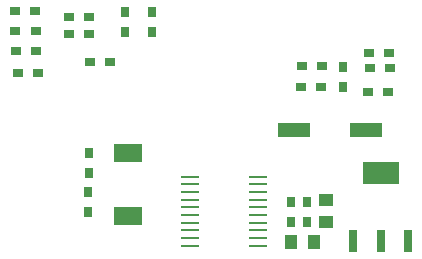
<source format=gbr>
G04 DipTrace 3.3.1.3*
G04 TopPaste.gbr*
%MOIN*%
G04 #@! TF.FileFunction,Paste,Top*
G04 #@! TF.Part,Single*
%ADD52R,0.094488X0.059055*%
%ADD54R,0.120079X0.076772*%
%ADD56R,0.029528X0.076772*%
%ADD58R,0.062992X0.007874*%
%ADD64R,0.110236X0.051181*%
%ADD78R,0.043307X0.051181*%
%ADD80R,0.051181X0.043307*%
%ADD82R,0.031496X0.035433*%
%ADD84R,0.035433X0.031496*%
%FSLAX26Y26*%
G04*
G70*
G90*
G75*
G01*
G04 TopPaste*
%LPD*%
D84*
X1631612Y1069177D3*
X1698541D3*
D82*
X1366941Y623793D3*
Y556864D3*
X1422144Y622811D3*
Y555882D3*
X694500Y786037D3*
Y719108D3*
X693262Y587993D3*
Y654923D3*
D84*
X1401112Y1006999D3*
X1468041D3*
D78*
X1369395Y489563D3*
X1444198D3*
D80*
X1485049Y630680D3*
Y555877D3*
D84*
X450182Y1126546D3*
X517112D3*
X450050Y1194100D3*
X516979D3*
X449736Y1260046D3*
X516665D3*
X766059Y1088647D3*
X699130D3*
X629504Y1184180D3*
X696433D3*
X629440Y1238793D3*
X696369D3*
X1625004Y989003D3*
X1691933D3*
X1404984Y1074643D3*
X1471913D3*
D82*
X1541668Y1004693D3*
Y1071622D3*
D84*
X1629648Y1119427D3*
X1696577D3*
D82*
X816451Y1188799D3*
Y1255728D3*
X903728Y1189049D3*
Y1255978D3*
D84*
X459092Y1053182D3*
X526021D3*
D64*
X1379815Y862413D3*
X1617365D3*
D58*
X1030587Y707280D3*
Y681689D3*
Y656098D3*
Y630508D3*
Y604917D3*
Y579327D3*
Y553736D3*
Y528146D3*
Y502555D3*
Y476965D3*
X1258941D3*
X1258933Y502555D3*
Y528146D3*
Y553736D3*
Y579327D3*
Y604917D3*
Y630508D3*
Y656098D3*
Y681689D3*
Y707280D3*
D56*
X1576478Y491683D3*
X1667029D3*
X1757581D3*
D54*
X1667029Y720029D3*
D52*
X823550Y575845D3*
Y784507D3*
M02*

</source>
